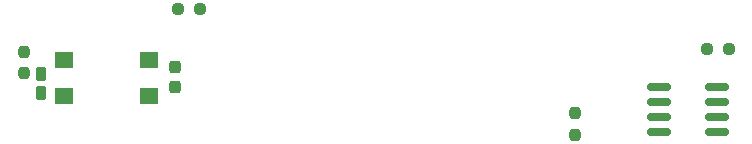
<source format=gtp>
%TF.GenerationSoftware,KiCad,Pcbnew,(6.0.8)*%
%TF.CreationDate,2023-02-20T09:44:42-06:00*%
%TF.ProjectId,PumpTimerV2,50756d70-5469-46d6-9572-56322e6b6963,rev?*%
%TF.SameCoordinates,Original*%
%TF.FileFunction,Paste,Top*%
%TF.FilePolarity,Positive*%
%FSLAX46Y46*%
G04 Gerber Fmt 4.6, Leading zero omitted, Abs format (unit mm)*
G04 Created by KiCad (PCBNEW (6.0.8)) date 2023-02-20 09:44:42*
%MOMM*%
%LPD*%
G01*
G04 APERTURE LIST*
G04 Aperture macros list*
%AMRoundRect*
0 Rectangle with rounded corners*
0 $1 Rounding radius*
0 $2 $3 $4 $5 $6 $7 $8 $9 X,Y pos of 4 corners*
0 Add a 4 corners polygon primitive as box body*
4,1,4,$2,$3,$4,$5,$6,$7,$8,$9,$2,$3,0*
0 Add four circle primitives for the rounded corners*
1,1,$1+$1,$2,$3*
1,1,$1+$1,$4,$5*
1,1,$1+$1,$6,$7*
1,1,$1+$1,$8,$9*
0 Add four rect primitives between the rounded corners*
20,1,$1+$1,$2,$3,$4,$5,0*
20,1,$1+$1,$4,$5,$6,$7,0*
20,1,$1+$1,$6,$7,$8,$9,0*
20,1,$1+$1,$8,$9,$2,$3,0*%
G04 Aperture macros list end*
%ADD10RoundRect,0.150000X-0.825000X-0.150000X0.825000X-0.150000X0.825000X0.150000X-0.825000X0.150000X0*%
%ADD11R,1.600000X1.400000*%
%ADD12RoundRect,0.237500X0.237500X-0.250000X0.237500X0.250000X-0.237500X0.250000X-0.237500X-0.250000X0*%
%ADD13RoundRect,0.212500X0.212500X-0.400000X0.212500X0.400000X-0.212500X0.400000X-0.212500X-0.400000X0*%
%ADD14RoundRect,0.237500X0.250000X0.237500X-0.250000X0.237500X-0.250000X-0.237500X0.250000X-0.237500X0*%
%ADD15RoundRect,0.237500X-0.237500X0.300000X-0.237500X-0.300000X0.237500X-0.300000X0.237500X0.300000X0*%
%ADD16RoundRect,0.237500X-0.237500X0.250000X-0.237500X-0.250000X0.237500X-0.250000X0.237500X0.250000X0*%
G04 APERTURE END LIST*
D10*
%TO.C,U2*%
X97672200Y-79215200D03*
X97672200Y-80485200D03*
X97672200Y-81755200D03*
X97672200Y-83025200D03*
X102622200Y-83025200D03*
X102622200Y-81755200D03*
X102622200Y-80485200D03*
X102622200Y-79215200D03*
%TD*%
D11*
%TO.C,SW1*%
X47300000Y-76900000D03*
X54500000Y-76900000D03*
X47300000Y-79900000D03*
X54500000Y-79900000D03*
%TD*%
D12*
%TO.C,R14*%
X43900000Y-78012500D03*
X43900000Y-76187500D03*
%TD*%
D13*
%TO.C,D4*%
X45400000Y-79712500D03*
X45400000Y-78087500D03*
%TD*%
D14*
%TO.C,R13*%
X58800000Y-72600000D03*
X56975000Y-72600000D03*
%TD*%
D15*
%TO.C,C4*%
X56700000Y-77487500D03*
X56700000Y-79212500D03*
%TD*%
D16*
%TO.C,R6*%
X90622200Y-81401500D03*
X90622200Y-83226500D03*
%TD*%
D14*
%TO.C,R7*%
X103625100Y-75964000D03*
X101800100Y-75964000D03*
%TD*%
M02*

</source>
